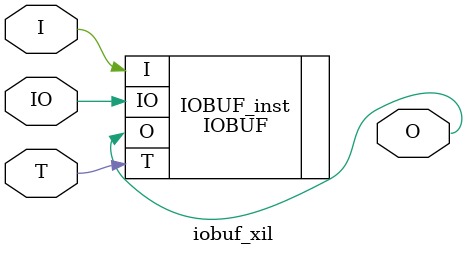
<source format=v>

`timescale 1 ns / 1 ps

module iobuf_xil (
              input I,
              output O,
              input T,
              inout IO
              );



IOBUF IOBUF_inst (
                 .O(O),   // 1-bit output: Buffer output
                 .I(I),   // 1-bit input: Buffer input
                 .IO(IO), // 1-bit inout: Buffer inout (connect directly to top-level port)
                 .T(T)    // 1-bit input: 3-state enable input
              );





/*

  
 reg  a, b; 
    

  assign SPI_D  = OEN ? 1'bz : a;
  assign O = b;


  
   always @*
   begin
          b = SPI_D;
          a = I;
   end

*/

  
  endmodule

</source>
